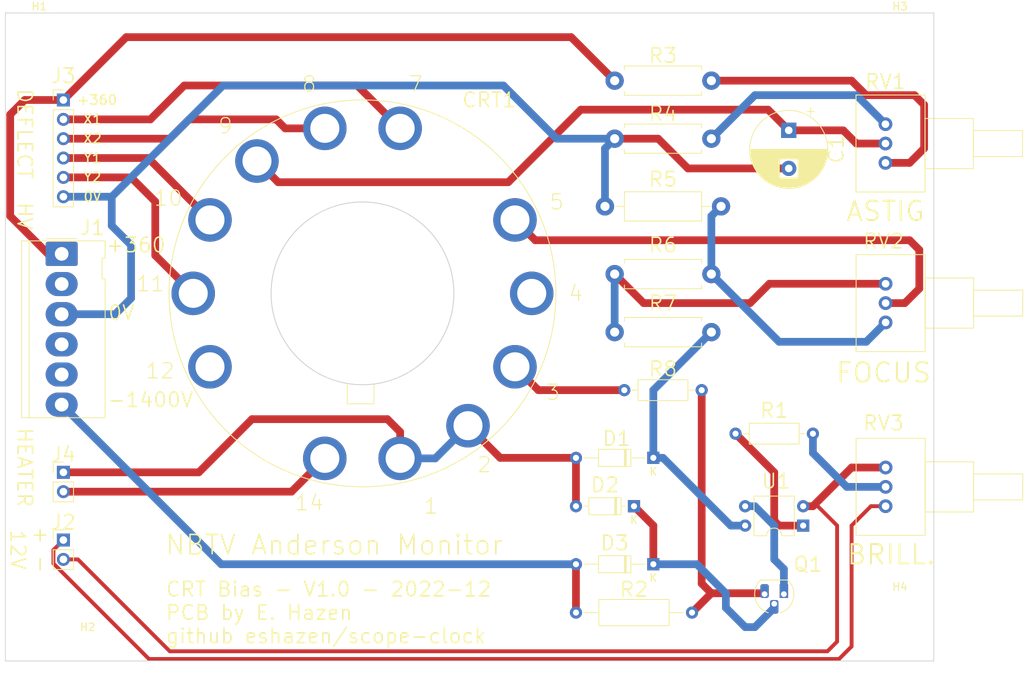
<source format=kicad_pcb>
(kicad_pcb (version 20211014) (generator pcbnew)
  (layers (0 "F.Cu" signal) (31 "B.Cu" signal) (34 "B.Paste" user) (35 "F.Paste" user) (36 "B.SilkS" user "B.Silkscreen") (37 "F.SilkS" user "F.Silkscreen") (38 "B.Mask" user) (39 "F.Mask" user) (44 "Edge.Cuts" user))
  (net 0 "")
  (net 1 "Net-(C1-Pad1)")
  (net 2 "/0V")
  (net 3 "/H1")
  (net 4 "Net-(CRT1-Pad3)")
  (net 5 "Net-(CRT1-Pad5)")
  (net 6 "/H2")
  (net 7 "/-1320V")
  (net 8 "Net-(D2-Pad1)")
  (net 9 "/-1400V")
  (net 10 "/+360V")
  (net 14 "Net-(J2-Pad1)")
  (net 15 "Net-(Q1-Pad1)")
  (net 16 "Net-(Q1-Pad3)")
  (net 17 "Net-(R1-Pad1)")
  (net 18 "Net-(R1-Pad2)")
  (net 19 "Net-(R3-Pad1)")
  (net 20 "Net-(R4-Pad2)")
  (net 21 "Net-(R5-Pad1)")
  (net 22 "/-935V")
  (net 23 "Net-(CRT1-Pad11)")
  (net 24 "Net-(CRT1-Pad10)")
  (net 25 "Net-(CRT1-Pad8)")
  (net 26 "Net-(CRT1-Pad7)")
  (net 27 "Net-(J2-Pad2)")
  (net 28 "unconnected-(RV3-Pad2)")
  (footprint "Connector_PinHeader_2.54mm:PinHeader_1x06_P2.54mm_Vertical" (layer "F.Cu") (at 86.36 62.23)
    (fp_text reference "J3" (at 0 -3.175) (layer "F.SilkS") (effects (font (size 1.905 1.905) (thickness 0.2032))))
    (fp_text value "Conn_01x06")
    (pad "1" thru_hole rect (at 0 0) (size 1.7 1.7) (drill 1) (layers *.Cu *.Mask) (net 10 "/+360V"))
    (pad "2" thru_hole oval (at 0 2.54) (size 1.7 1.7) (drill 1) (layers *.Cu *.Mask) (net 26 "Net-(CRT1-Pad7)"))
    (pad "3" thru_hole oval (at 0 5.08) (size 1.7 1.7) (drill 1) (layers *.Cu *.Mask) (net 25 "Net-(CRT1-Pad8)"))
    (pad "4" thru_hole oval (at 0 7.62) (size 1.7 1.7) (drill 1) (layers *.Cu *.Mask) (net 24 "Net-(CRT1-Pad10)"))
    (pad "5" thru_hole oval (at 0 10.16) (size 1.7 1.7) (drill 1) (layers *.Cu *.Mask) (net 23 "Net-(CRT1-Pad11)"))
    (pad "6" thru_hole oval (at 0 12.7) (size 1.7 1.7) (drill 1) (layers *.Cu *.Mask) (net 2 "/0V"))
  )
  (footprint "Diode_THT:D_DO-35_SOD27_P10.16mm_Horizontal" (layer "F.Cu") (at 163.83 109.22 180)
    (fp_text reference "D1" (at 4.826 2.54) (layer "F.SilkS") (effects (font (size 1.905 1.905) (thickness 0.2032))))
    (fp_text value "5.1V 400mW")
    (fp_text user "K" (at 0 -1.8) (layer "F.SilkS"))
    (pad "1" thru_hole rect (at 0 0 180) (size 1.6 1.6) (drill 0.8) (layers *.Cu *.Mask) (net 7 "/-1320V"))
    (pad "2" thru_hole oval (at 10.16 0 180) (size 1.6 1.6) (drill 0.8) (layers *.Cu *.Mask) (net 3 "/H1"))
  )
  (footprint "MountingHole:MountingHole_4.3mm_M4" (layer "F.Cu") (at 196.215 131.445)
    (fp_text reference "H4" (at 0 -5.3) (layer "F.SilkS"))
    (fp_text value "MountingHole")
    (pad "" np_thru_hole circle (at 0 0) (size 4.3 4.3) (drill 4.3) (layers *.Cu *.Mask))
  )
  (footprint "Diode_THT:D_DO-35_SOD27_P7.62mm_Horizontal" (layer "F.Cu") (at 161.29 115.57 180)
    (fp_text reference "D2" (at 3.81 2.794) (layer "F.SilkS") (effects (font (size 1.905 1.905) (thickness 0.2032))))
    (fp_text value "1N914")
    (fp_text user "K" (at 0 -1.8) (layer "F.SilkS"))
    (pad "1" thru_hole rect (at 0 0 180) (size 1.6 1.6) (drill 0.8) (layers *.Cu *.Mask) (net 8 "Net-(D2-Pad1)"))
    (pad "2" thru_hole oval (at 7.62 0 180) (size 1.6 1.6) (drill 0.8) (layers *.Cu *.Mask) (net 3 "/H1"))
  )
  (footprint "Resistor_THT:R_Axial_DIN0309_L9.0mm_D3.2mm_P15.24mm_Horizontal" (layer "F.Cu") (at 153.67 129.54)
    (fp_text reference "R2" (at 7.62 -3.048) (layer "F.SilkS") (effects (font (size 1.905 1.905) (thickness 0.2032))))
    (fp_text value "47k")
    (pad "1" thru_hole circle (at 0 0) (size 1.6 1.6) (drill 0.8) (layers *.Cu *.Mask) (net 9 "/-1400V"))
    (pad "2" thru_hole oval (at 15.24 0) (size 1.6 1.6) (drill 0.8) (layers *.Cu *.Mask) (net 16 "Net-(Q1-Pad3)"))
  )
  (footprint "Connector_Molex:Molex_KK-396_5273-06A_1x06_P3.96mm_Vertical" (layer "F.Cu") (at 86.135 82.435 -90)
    (fp_text reference "J1" (at -3.435 -4.035 180) (layer "F.SilkS") (effects (font (size 1.905 1.905) (thickness 0.2032))))
    (fp_text value "Conn_01x06")
    (pad "1" thru_hole roundrect (at 0 0 270) (size 3.16 4.2) (drill 1.8) (layers *.Cu *.Mask) (roundrect_rratio 0.07911392405) (net 10 "/+360V"))
    (pad "2" thru_hole oval (at 3.96 0 270) (size 3.16 4.2) (drill 1.8) (layers *.Cu *.Mask))
    (pad "3" thru_hole oval (at 7.92 0 270) (size 3.16 4.2) (drill 1.8) (layers *.Cu *.Mask) (net 2 "/0V"))
    (pad "4" thru_hole oval (at 11.88 0 270) (size 3.16 4.2) (drill 1.8) (layers *.Cu *.Mask))
    (pad "5" thru_hole oval (at 15.84 0 270) (size 3.16 4.2) (drill 1.8) (layers *.Cu *.Mask))
    (pad "6" thru_hole oval (at 19.8 0 270) (size 3.16 4.2) (drill 1.8) (layers *.Cu *.Mask) (net 9 "/-1400V"))
  )
  (footprint "Package_TO_SOT_THT:TO-92_HandSolder" (layer "F.Cu") (at 180.975 127.115 180)
    (fp_text reference "Q1" (at -3.175 3.915) (layer "F.SilkS") (effects (font (size 1.905 1.905) (thickness 0.2032))))
    (fp_text value "KSA1013YTA")
    (pad "1" thru_hole rect (at 0 0 180) (size 1.1 1.8) (drill 0.75 (offset 0 0.4)) (layers *.Cu *.Mask) (net 15 "Net-(Q1-Pad1)"))
    (pad "2" thru_hole roundrect (at 1.27 -1.27 180) (size 1.1 1.8) (drill 0.75 (offset 0 -0.4)) (layers *.Cu *.Mask) (net 8 "Net-(D2-Pad1)"))
    (pad "3" thru_hole roundrect (at 2.54 0 180) (size 1.1 1.8) (drill 0.75 (offset 0 0.4)) (layers *.Cu *.Mask) (net 16 "Net-(Q1-Pad3)"))
  )
  (footprint "Package_DIP:DIP-4_W7.62mm" (layer "F.Cu") (at 183.505 118.115 180)
    (fp_text reference "U1" (at 3.556 5.842) (layer "F.SilkS") (effects (font (size 1.905 1.905) (thickness 0.2032))))
    (fp_text value "PS2561")
    (pad "1" thru_hole rect (at 0 0 180) (size 1.6 1.6) (drill 0.8) (layers *.Cu *.Mask))
    (pad "2" thru_hole oval (at 0 2.54 180) (size 1.6 1.6) (drill 0.8) (layers *.Cu *.Mask) (net 27 "Net-(J2-Pad2)"))
    (pad "3" thru_hole oval (at 7.62 2.54 180) (size 1.6 1.6) (drill 0.8) (layers *.Cu *.Mask) (net 15 "Net-(Q1-Pad1)"))
    (pad "4" thru_hole oval (at 7.62 0 180) (size 1.6 1.6) (drill 0.8) (layers *.Cu *.Mask) (net 7 "/-1320V"))
  )
  (footprint "Resistor_THT:R_Axial_DIN0411_L9.9mm_D3.6mm_P12.70mm_Horizontal" (layer "F.Cu") (at 158.75 92.71)
    (fp_text reference "R7" (at 6.35 -3.81) (layer "F.SilkS") (effects (font (size 1.905 1.905) (thickness 0.2032))))
    (fp_text value "220k 2W")
    (pad "1" thru_hole circle (at 0 0) (size 2.4 2.4) (drill 1.2) (layers *.Cu *.Mask) (net 22 "/-935V"))
    (pad "2" thru_hole oval (at 12.7 0) (size 2.4 2.4) (drill 1.2) (layers *.Cu *.Mask) (net 7 "/-1320V"))
  )
  (footprint "Resistor_THT:R_Axial_DIN0411_L9.9mm_D3.6mm_P12.70mm_Horizontal" (layer "F.Cu") (at 158.75 85.09)
    (fp_text reference "R6" (at 6.35 -3.81) (layer "F.SilkS") (effects (font (size 1.905 1.905) (thickness 0.2032))))
    (fp_text value "68k 1/2W")
    (pad "1" thru_hole circle (at 0 0) (size 2.4 2.4) (drill 1.2) (layers *.Cu *.Mask) (net 22 "/-935V"))
    (pad "2" thru_hole oval (at 12.7 0) (size 2.4 2.4) (drill 1.2) (layers *.Cu *.Mask) (net 21 "Net-(R5-Pad1)"))
  )
  (footprint "Connector_PinHeader_2.54mm:PinHeader_1x02_P2.54mm_Vertical" (layer "F.Cu") (at 86.36 120.015)
    (fp_text reference "J2" (at 0 -2.33) (layer "F.SilkS") (effects (font (size 1.905 1.905) (thickness 0.2032))))
    (fp_text value "Conn_01x02")
    (pad "1" thru_hole rect (at 0 0) (size 1.7 1.7) (drill 1) (layers *.Cu *.Mask) (net 14 "Net-(J2-Pad1)"))
    (pad "2" thru_hole oval (at 0 2.54) (size 1.7 1.7) (drill 1) (layers *.Cu *.Mask) (net 27 "Net-(J2-Pad2)"))
  )
  (footprint "Resistor_THT:R_Axial_DIN0411_L9.9mm_D3.6mm_P12.70mm_Horizontal" (layer "F.Cu") (at 171.45 59.69 180)
    (fp_text reference "R3" (at 6.35 3.302) (layer "F.SilkS") (effects (font (size 1.905 1.905) (thickness 0.2032))))
    (fp_text value "68k 1/2W")
    (pad "1" thru_hole circle (at 0 0 180) (size 2.4 2.4) (drill 1.2) (layers *.Cu *.Mask) (net 19 "Net-(R3-Pad1)"))
    (pad "2" thru_hole oval (at 12.7 0 180) (size 2.4 2.4) (drill 1.2) (layers *.Cu *.Mask) (net 10 "/+360V"))
  )
  (footprint "MountingHole:MountingHole_4.3mm_M4" (layer "F.Cu") (at 83.185 55.245)
    (fp_text reference "H1" (at 0 -5.3) (layer "F.SilkS"))
    (fp_text value "MountingHole")
    (pad "" np_thru_hole circle (at 0 0) (size 4.3 4.3) (drill 4.3) (layers *.Cu *.Mask))
  )
  (footprint "Vishay_Pot_148:Potentiometer_Vishay_148-149_Single_Horizontal" (layer "F.Cu") (at 194.33 115.57)
    (fp_text reference "RV3" (at -0.274 -10.922) (layer "F.SilkS") (effects (font (size 1.905 1.905) (thickness 0.2032))))
    (fp_text value "5k")
    (pad "1" thru_hole circle (at 0 0) (size 1.8 1.8) (drill 1) (layers *.Cu *.Mask) (net 14 "Net-(J2-Pad1)"))
    (pad "2" thru_hole circle (at 0 -2.54) (size 1.8 1.8) (drill 1) (layers *.Cu *.Mask) (net 28 "unconnected-(RV3-Pad2)"))
    (pad "3" thru_hole circle (at 0 -5.08) (size 1.8 1.8) (drill 1) (layers *.Cu *.Mask) (net 27 "Net-(J2-Pad2)"))
  )
  (footprint "MountingHole:MountingHole_4.3mm_M4" (layer "F.Cu") (at 196.215 55.245)
    (fp_text reference "H3" (at 0 -5.3) (layer "F.SilkS"))
    (fp_text value "MountingHole")
    (pad "" np_thru_hole circle (at 0 0) (size 4.3 4.3) (drill 4.3) (layers *.Cu *.Mask))
  )
  (footprint "Vishay_Pot_148:Potentiometer_Vishay_148-149_Single_Horizontal" (layer "F.Cu") (at 194.31 70.485)
    (fp_text reference "RV1" (at 0 -10.668) (layer "F.SilkS") (effects (font (size 1.905 1.905) (thickness 0.2032))))
    (fp_text value "100k")
    (pad "1" thru_hole circle (at 0 0) (size 1.8 1.8) (drill 1) (layers *.Cu *.Mask) (net 19 "Net-(R3-Pad1)"))
    (pad "2" thru_hole circle (at 0 -2.54) (size 1.8 1.8) (drill 1) (layers *.Cu *.Mask) (net 1 "Net-(C1-Pad1)"))
    (pad "3" thru_hole circle (at 0 -5.08) (size 1.8 1.8) (drill 1) (layers *.Cu *.Mask) (net 20 "Net-(R4-Pad2)"))
  )
  (footprint "CRT_base:B14_diheptal" (layer "F.Cu") (at 125.635354 87.62 180)
    (fp_text reference "CRT1" (at -16.624646 25.4) (layer "F.SilkS") (effects (font (size 1.905 1.905) (thickness 0.2032))))
    (fp_text value "3BP1(A)")
    (fp_text user "9" (at 18 22 180) (layer "F.SilkS") (effects (font (size 2 2))))
    (fp_text user "10" (at 25.5 12.5 180) (layer "F.SilkS") (effects (font (size 2 2))))
    (fp_text user "2" (at -16 -22.5 180) (layer "F.SilkS") (effects (font (size 2 2))))
    (fp_text user "14" (at 7 -27.5 180) (layer "F.SilkS") (effects (font (size 2 2))))
    (fp_text user "4" (at -28 0 180) (layer "F.SilkS") (effects (font (size 2 2))))
    (fp_text user "7" (at -7 27.5 180) (layer "F.SilkS") (effects (font (size 2 2))))
    (fp_text user "11" (at 27.845354 1.26 180) (layer "F.SilkS") (effects (font (size 2 2))))
    (fp_text user "8" (at 7 27.5 180) (layer "F.SilkS") (effects (font (size 2 2))))
    (fp_text user "12" (at 26.575354 -10.17 180) (layer "F.SilkS") (effects (font (size 2 2))))
    (fp_text user "1" (at -9.004646 -27.94 180) (layer "F.SilkS") (effects (font (size 2 2))))
    (fp_text user "3" (at -25 -13 180) (layer "F.SilkS") (effects (font (size 2 2))))
    (fp_text user "5" (at -25.5 12 180) (layer "F.SilkS") (effects (font (size 2 2))))
    (fp_circle (center 0 0) (end 0 12) (layer "Edge.Cuts") (width 0.12) (fill none))
    (pad "1" thru_hole circle (at -4.946 -21.668 180) (size 5.715 5.715) (drill 3.81) (layers *.Cu *.Mask) (net 3 "/H1"))
    (pad "2" thru_hole circle (at -13.857 -17.376 180) (size 5.715 5.715) (drill 3.81) (layers *.Cu *.Mask) (net 3 "/H1"))
    (pad "3" thru_hole circle (at -20.024 -9.643 180) (size 5.715 5.715) (drill 3.81) (layers *.Cu *.Mask) (net 4 "Net-(CRT1-Pad3)"))
    (pad "4" thru_hole circle (at -22.225 0 180) (size 5.715 5.715) (drill 3.81) (layers *.Cu *.Mask))
    (pad "5" thru_hole circle (at -20.024 9.643 180) (size 5.715 5.715) (drill 3.81) (layers *.Cu *.Mask) (net 5 "Net-(CRT1-Pad5)"))
    (pad "7" thru_hole circle (at -4.946 21.668 180) (size 5.715 5.715) (drill 3.81) (layers *.Cu *.Mask) (net 26 "Net-(CRT1-Pad7)"))
    (pad "8" thru_hole circle (at 4.946 21.668 180) (size 5.715 5.715) (drill 3.81) (layers *.Cu *.Mask) (net 25 "Net-(CRT1-Pad8)"))
    (pad "9" thru_hole circle (at 13.857 17.376 180) (size 5.715 5.715) (drill 3.81) (layers *.Cu *.Mask) (net 1 "Net-(C1-Pad1)"))
    (pad "10" thru_hole circle (at 20.024 9.643 180) (size 5.715 5.715) (drill 3.81) (layers *.Cu *.Mask) (net 24 "Net-(CRT1-Pad10)"))
    (pad "11" thru_hole circle (at 22.225 0 180) (size 5.715 5.715) (drill 3.81) (layers *.Cu *.Mask) (net 23 "Net-(CRT1-Pad11)"))
    (pad "12" thru_hole circle (at 20.024 -9.643 180) (size 5.715 5.715) (drill 3.81) (layers *.Cu *.Mask))
    (pad "14" thru_hole circle (at 4.946 -21.668 180) (size 5.715 5.715) (drill 3.81) (layers *.Cu *.Mask) (net 6 "/H2"))
  )
  (footprint "Diode_THT:D_DO-35_SOD27_P10.16mm_Horizontal" (layer "F.Cu") (at 163.83 123.19 180)
    (fp_text reference "D3" (at 5.08 2.794) (layer "F.SilkS") (effects (font (size 1.905 1.905) (thickness 0.2032))))
    (fp_text value "75v 400mW")
    (fp_text user "K" (at 0 -1.8) (layer "F.SilkS"))
    (pad "1" thru_hole rect (at 0 0 180) (size 1.6 1.6) (drill 0.8) (layers *.Cu *.Mask) (net 8 "Net-(D2-Pad1)"))
    (pad "2" thru_hole oval (at 10.16 0 180) (size 1.6 1.6) (drill 0.8) (layers *.Cu *.Mask) (net 9 "/-1400V"))
  )
  (footprint "MountingHole:MountingHole_4.3mm_M4" (layer "F.Cu") (at 83.185 131.445)
    (fp_text reference "H2" (at 6.35 0) (layer "F.SilkS"))
    (fp_text value "MountingHole")
    (pad "" np_thru_hole circle (at 0 0) (size 4.3 4.3) (drill 4.3) (layers *.Cu *.Mask))
  )
  (footprint "Resistor_THT:R_Axial_DIN0207_L6.3mm_D2.5mm_P10.16mm_Horizontal" (layer "F.Cu") (at 170.18 100.33 180)
    (fp_text reference "R8" (at 5.08 2.794) (layer "F.SilkS") (effects (font (size 1.905 1.905) (thickness 0.2032))))
    (fp_text value "1k")
    (pad "1" thru_hole circle (at 0 0 180) (size 1.6 1.6) (drill 0.8) (layers *.Cu *.Mask) (net 16 "Net-(Q1-Pad3)"))
    (pad "2" thru_hole oval (at 10.16 0 180) (size 1.6 1.6) (drill 0.8) (layers *.Cu *.Mask) (net 4 "Net-(CRT1-Pad3)"))
  )
  (footprint "Resistor_THT:R_Axial_DIN0207_L6.3mm_D2.5mm_P10.16mm_Horizontal" (layer "F.Cu") (at 184.785 106.045 180)
    (fp_text reference "R1" (at 5.08 3.048) (layer "F.SilkS") (effects (font (size 1.905 1.905) (thickness 0.2032))))
    (fp_text value "3.3k")
    (pad "1" thru_hole circle (at 0 0 180) (size 1.6 1.6) (drill 0.8) (layers *.Cu *.Mask) (net 17 "Net-(R1-Pad1)"))
    (pad "2" thru_hole oval (at 10.16 0 180) (size 1.6 1.6) (drill 0.8) (layers *.Cu *.Mask) (net 18 "Net-(R1-Pad2)"))
  )
  (footprint "Resistor_THT:R_Axial_DIN0411_L9.9mm_D3.6mm_P15.24mm_Horizontal" (layer "F.Cu") (at 172.72 76.2 180)
    (fp_text reference "R5" (at 7.62 3.556) (layer "F.SilkS") (effects (font (size 1.905 1.905) (thickness 0.2032))))
    (fp_text value "470k 2W")
    (pad "1" thru_hole circle (at 0 0 180) (size 2.4 2.4) (drill 1.2) (layers *.Cu *.Mask) (net 21 "Net-(R5-Pad1)"))
    (pad "2" thru_hole oval (at 15.24 0 180) (size 2.4 2.4) (drill 1.2) (layers *.Cu *.Mask) (net 2 "/0V"))
  )
  (footprint "Connector_PinHeader_2.54mm:PinHeader_1x02_P2.54mm_Vertical" (layer "F.Cu") (at 86.36 111.12)
    (fp_text reference "J4" (at 0 -2.33) (layer "F.SilkS") (effects (font (size 1.905 1.905) (thickness 0.2032))))
    (fp_text value "Conn_01x02")
    (pad "1" thru_hole rect (at 0 0) (size 1.7 1.7) (drill 1) (layers *.Cu *.Mask) (net 3 "/H1"))
    (pad "2" thru_hole oval (at 0 2.54) (size 1.7 1.7) (drill 1) (layers *.Cu *.Mask) (net 6 "/H2"))
  )
  (footprint "Capacitor_THT:CP_Radial_D10.0mm_P5.00mm" (layer "F.Cu") (at 181.61 66.212323 -90)
    (fp_text reference "C1" (at 2.5 -6.25 90) (layer "F.SilkS") (effects (font (size 1.905 1.905) (thickness 0.2032))))
    (fp_text value "10uF 400V")
    (pad "1" thru_hole rect (at 0 0 270) (size 2 2) (drill 1) (layers *.Cu *.Mask) (net 1 "Net-(C1-Pad1)"))
    (pad "2" thru_hole circle (at 5 0 270) (size 2 2) (drill 1) (layers *.Cu *.Mask) (net 2 "/0V"))
  )
  (footprint "Vishay_Pot_148:Potentiometer_Vishay_148-149_Single_Horizontal" (layer "F.Cu") (at 194.33 91.44)
    (fp_text reference "RV2" (at -0.274 -10.668) (layer "F.SilkS") (effects (font (size 1.905 1.905) (thickness 0.2032))))
    (fp_text value "1M")
    (pad "1" thru_hole circle (at 0 0) (size 1.8 1.8) (drill 1) (layers *.Cu *.Mask) (net 21 "Net-(R5-Pad1)"))
    (pad "2" thru_hole circle (at 0 -2.54) (size 1.8 1.8) (drill 1) (layers *.Cu *.Mask) (net 5 "Net-(CRT1-Pad5)"))
    (pad "3" thru_hole circle (at 0 -5.08) (size 1.8 1.8) (drill 1) (layers *.Cu *.Mask) (net 22 "/-935V"))
  )
  (footprint "Resistor_THT:R_Axial_DIN0411_L9.9mm_D3.6mm_P12.70mm_Horizontal" (layer "F.Cu") (at 158.75 67.31)
    (fp_text reference "R4" (at 6.35 -3.302) (layer "F.SilkS") (effects (font (size 1.905 1.905) (thickness 0.2032))))
    (fp_text value "68k 1/2W")
    (pad "1" thru_hole circle (at 0 0) (size 2.4 2.4) (drill 1.2) (layers *.Cu *.Mask) (net 2 "/0V"))
    (pad "2" thru_hole oval (at 12.7 0) (size 2.4 2.4) (drill 1.2) (layers *.Cu *.Mask) (net 20 "Net-(R4-Pad2)"))
  )
  (gr_line (start 200.66 135.89) (end 78.74 135.89) (layer "Edge.Cuts") (width 0.1))
  (gr_line (start 78.74 50.8) (end 200.66 50.8) (layer "Edge.Cuts") (width 0.1))
  (gr_line (start 78.74 135.89) (end 78.74 50.8) (layer "Edge.Cuts") (width 0.1))
  (gr_line (start 200.66 50.8) (end 200.66 135.89) (layer "Edge.Cuts") (width 0.1))
  (gr_text "ASTIG" (at 194.31 76.835) (layer "F.SilkS") (effects (font (size 2.54 2.54) (thickness 0.254))))
  (gr_text "+360" (at 95.885 81.28) (layer "F.SilkS") (effects (font (size 1.905 1.905) (thickness 0.2032))))
  (gr_text "0V" (at 90.17 74.93) (layer "F.SilkS") (effects (font (size 1.27 1.27) (thickness 0.2032))))
  (gr_text "-1400V" (at 97.79 101.6) (layer "F.SilkS") (effects (font (size 1.905 1.905) (thickness 0.2032))))
  (gr_text "NBTV Anderson Monitor" (at 121.92 120.65) (layer "F.SilkS") (effects (font (size 2.54 2.54) (thickness 0.2032))))
  (gr_text "+360" (at 90.805 62.23) (layer "F.SilkS") (effects (font (size 1.27 1.27) (thickness 0.2032))))
  (gr_text "FOCUS" (at 194.056 98.044) (layer "F.SilkS") (effects (font (size 2.54 2.54) (thickness 0.254))))
  (gr_text "BRILL." (at 195.072 121.92) (layer "F.SilkS") (effects (font (size 2.54 2.54) (thickness 0.254))))
  (gr_text "0V" (at 93.98 90.17) (layer "F.SilkS") (effects (font (size 1.905 1.905) (thickness 0.2032))))
  (gr_text "HEATER" (at 81.28 110.49 270) (layer "F.SilkS") (effects (font (size 1.905 1.905) (thickness 0.2032))))
  (gr_text "CRT Bias - V1.0 - 2022-12\nPCB by E. Hazen\ngithub eshazen/scope-clock" (at 99.695 129.54) (layer "F.SilkS") (effects (font (size 1.905 1.905) (thickness 0.2032)) (justify left)))
  (gr_text "+ -\n12V" (at 81.915 121.285 270) (layer "F.SilkS") (effects (font (size 1.905 1.905) (thickness 0.2032))))
  (gr_text "X1" (at 90.17 64.77) (layer "F.SilkS") (effects (font (size 1.27 1.27) (thickness 0.2032))))
  (gr_text "Y1" (at 90.17 69.85) (layer "F.SilkS") (effects (font (size 1.27 1.27) (thickness 0.2032))))
  (gr_text "DEFLECT" (at 81.28 66.675 270) (layer "F.SilkS") (effects (font (size 1.905 1.905) (thickness 0.2032))))
  (gr_text "X2" (at 90.17 67.31) (layer "F.SilkS") (effects (font (size 1.27 1.27) (thickness 0.2032))))
  (gr_text "Y2" (at 90.17 72.39) (layer "F.SilkS") (effects (font (size 1.27 1.27) (thickness 0.2032))))
  (gr_text "HV" (at 81.28 77.47 270) (layer "F.SilkS") (effects (font (size 1.905 1.905) (thickness 0.2032))))
  (segment (start 188.767323 66.212323) (end 190.5 67.945) (width 1.016) (layer "F.Cu") (net 1))
  (segment (start 111.778354 70.244) (end 114.559354 73.025) (width 1.016) (layer "F.Cu") (net 1))
  (segment (start 114.559354 73.025) (end 144.78 73.025) (width 1.016) (layer "F.Cu") (net 1))
  (segment (start 190.5 67.945) (end 194.31 67.945) (width 1.016) (layer "F.Cu") (net 1))
  (segment (start 154.305 63.5) (end 178.897677 63.5) (width 1.016) (layer "F.Cu") (net 1))
  (segment (start 144.78 73.025) (end 154.305 63.5) (width 1.016) (layer "F.Cu") (net 1))
  (segment (start 178.897677 63.5) (end 181.61 66.212323) (width 1.016) (layer "F.Cu") (net 1))
  (segment (start 181.61 66.212323) (end 188.767323 66.212323) (width 1.016) (layer "F.Cu") (net 1))
  (segment (start 164.465 67.31) (end 168.367323 71.212323) (width 1.016) (layer "F.Cu") (net 2))
  (segment (start 158.75 67.31) (end 164.465 67.31) (width 1.016) (layer "F.Cu") (net 2))
  (segment (start 168.367323 71.212323) (end 181.61 71.212323) (width 1.016) (layer "F.Cu") (net 2))
  (segment (start 107.315 60.325) (end 144.145 60.325) (width 1.016) (layer "B.Cu") (net 2))
  (segment (start 144.145 60.325) (end 151.13 67.31) (width 1.016) (layer "B.Cu") (net 2))
  (segment (start 92.71 74.93) (end 107.315 60.325) (width 1.016) (layer "B.Cu") (net 2))
  (segment (start 151.13 67.31) (end 158.75 67.31) (width 1.016) (layer "B.Cu") (net 2))
  (segment (start 86.135 90.355) (end 93.16 90.355) (width 1.016) (layer "B.Cu") (net 2))
  (segment (start 93.16 90.355) (end 95.25 88.265) (width 1.016) (layer "B.Cu") (net 2))
  (segment (start 95.25 88.265) (end 95.25 81.28) (width 1.016) (layer "B.Cu") (net 2))
  (segment (start 92.71 78.74) (end 92.71 74.93) (width 1.016) (layer "B.Cu") (net 2))
  (segment (start 95.25 81.28) (end 92.71 78.74) (width 1.016) (layer "B.Cu") (net 2))
  (segment (start 157.48 68.58) (end 158.75 67.31) (width 1.016) (layer "B.Cu") (net 2))
  (segment (start 157.48 76.2) (end 157.48 68.58) (width 1.016) (layer "B.Cu") (net 2))
  (segment (start 86.36 74.93) (end 92.71 74.93) (width 1.016) (layer "B.Cu") (net 2))
  (segment (start 130.581354 105.816354) (end 130.581354 109.288) (width 1.016) (layer "F.Cu") (net 3))
  (segment (start 139.492354 104.996) (end 143.716354 109.22) (width 1.016) (layer "F.Cu") (net 3))
  (segment (start 111.125 104.14) (end 128.905 104.14) (width 1.016) (layer "F.Cu") (net 3))
  (segment (start 104.145 111.12) (end 111.125 104.14) (width 1.016) (layer "F.Cu") (net 3))
  (segment (start 153.67 115.57) (end 153.67 109.22) (width 1.016) (layer "F.Cu") (net 3))
  (segment (start 143.716354 109.22) (end 153.67 109.22) (width 1.016) (layer "F.Cu") (net 3))
  (segment (start 128.905 104.14) (end 130.581354 105.816354) (width 1.016) (layer "F.Cu") (net 3))
  (segment (start 86.36 111.12) (end 104.145 111.12) (width 1.016) (layer "F.Cu") (net 3))
  (segment (start 130.581354 109.288) (end 135.200354 109.288) (width 1.016) (layer "B.Cu") (net 3))
  (segment (start 135.200354 109.288) (end 139.492354 104.996) (width 1.016) (layer "B.Cu") (net 3))
  (segment (start 148.726354 100.33) (end 160.02 100.33) (width 1.016) (layer "F.Cu") (net 4))
  (segment (start 145.659354 97.263) (end 148.726354 100.33) (width 1.016) (layer "F.Cu") (net 4))
  (segment (start 197.485 80.645) (end 198.755 81.915) (width 1.016) (layer "F.Cu") (net 5))
  (segment (start 145.659354 77.977) (end 148.327354 80.645) (width 1.016) (layer "F.Cu") (net 5))
  (segment (start 198.755 86.995) (end 196.85 88.9) (width 1.016) (layer "F.Cu") (net 5))
  (segment (start 196.85 88.9) (end 194.33 88.9) (width 1.016) (layer "F.Cu") (net 5))
  (segment (start 148.327354 80.645) (end 197.485 80.645) (width 1.016) (layer "F.Cu") (net 5))
  (segment (start 198.755 81.915) (end 198.755 86.995) (width 1.016) (layer "F.Cu") (net 5))
  (segment (start 116.317354 113.66) (end 120.689354 109.288) (width 1.016) (layer "F.Cu") (net 6))
  (segment (start 86.36 113.66) (end 116.317354 113.66) (width 1.016) (layer "F.Cu") (net 6))
  (segment (start 173.995 118.115) (end 175.885 118.115) (width 1.016) (layer "B.Cu") (net 7))
  (segment (start 171.45 92.71) (end 163.83 100.33) (width 1.016) (layer "B.Cu") (net 7))
  (segment (start 163.83 109.22) (end 165.1 109.22) (width 1.016) (layer "B.Cu") (net 7))
  (segment (start 165.1 109.22) (end 173.995 118.115) (width 1.016) (layer "B.Cu") (net 7))
  (segment (start 163.83 100.33) (end 163.83 109.22) (width 1.016) (layer "B.Cu") (net 7))
  (segment (start 163.83 123.19) (end 163.83 118.11) (width 1.016) (layer "F.Cu") (net 8))
  (segment (start 163.83 118.11) (end 161.29 115.57) (width 1.016) (layer "F.Cu") (net 8))
  (segment (start 169.545 123.19) (end 163.83 123.19) (width 1.016) (layer "B.Cu") (net 8))
  (segment (start 175.895 131.445) (end 173.355 128.905) (width 1.016) (layer "B.Cu") (net 8))
  (segment (start 179.705 128.385) (end 179.705 128.905) (width 1.016) (layer "B.Cu") (net 8))
  (segment (start 173.355 127) (end 169.545 123.19) (width 1.016) (layer "B.Cu") (net 8))
  (segment (start 179.705 128.905) (end 177.165 131.445) (width 1.016) (layer "B.Cu") (net 8))
  (segment (start 177.165 131.445) (end 175.895 131.445) (width 1.016) (layer "B.Cu") (net 8))
  (segment (start 173.355 128.905) (end 173.355 127) (width 1.016) (layer "B.Cu") (net 8))
  (segment (start 153.67 123.19) (end 153.67 129.54) (width 1.016) (layer "F.Cu") (net 9))
  (segment (start 107.09 123.19) (end 153.67 123.19) (width 1.016) (layer "B.Cu") (net 9))
  (segment (start 86.135 102.235) (end 107.09 123.19) (width 1.016) (layer "B.Cu") (net 9))
  (segment (start 84.34 82.435) (end 79.375 77.47) (width 1.016) (layer "F.Cu") (net 10))
  (segment (start 86.135 82.435) (end 84.34 82.435) (width 1.016) (layer "F.Cu") (net 10))
  (segment (start 158.75 59.69) (end 153.035 53.975) (width 1.016) (layer "F.Cu") (net 10))
  (segment (start 81.28 62.23) (end 86.36 62.23) (width 1.016) (layer "F.Cu") (net 10))
  (segment (start 79.375 64.135) (end 81.28 62.23) (width 1.016) (layer "F.Cu") (net 10))
  (segment (start 94.615 53.975) (end 86.36 62.23) (width 1.016) (layer "F.Cu") (net 10))
  (segment (start 153.035 53.975) (end 94.615 53.975) (width 1.016) (layer "F.Cu") (net 10))
  (segment (start 79.375 77.47) (end 79.375 64.135) (width 1.016) (layer "F.Cu") (net 10))
  (segment (start 189.865 118.11) (end 192.405 115.57) (width 0.508) (layer "F.Cu") (net 14))
  (segment (start 188.214 135.636) (end 189.865 133.985) (width 0.508) (layer "F.Cu") (net 14))
  (segment (start 189.865 133.985) (end 189.865 118.11) (width 0.508) (layer "F.Cu") (net 14))
  (segment (start 97.596865 135.636) (end 188.214 135.636) (width 0.508) (layer "F.Cu") (net 14))
  (segment (start 192.405 115.57) (end 194.33 115.57) (width 0.508) (layer "F.Cu") (net 14))
  (segment (start 86.36 120.015) (end 85.056 121.319) (width 0.508) (layer "F.Cu") (net 14))
  (segment (start 85.056 121.319) (end 85.056 123.095135) (width 0.508) (layer "F.Cu") (net 14))
  (segment (start 85.056 123.095135) (end 97.596865 135.636) (width 0.508) (layer "F.Cu") (net 14))
  (segment (start 180.975 123.825) (end 180.975 127.115) (width 1.016) (layer "B.Cu") (net 15))
  (segment (start 177.17 115.575) (end 179.705 118.11) (width 1.016) (layer "B.Cu") (net 15))
  (segment (start 175.885 115.575) (end 177.17 115.575) (width 1.016) (layer "B.Cu") (net 15))
  (segment (start 179.705 118.11) (end 179.705 122.555) (width 1.016) (layer "B.Cu") (net 15))
  (segment (start 179.705 122.555) (end 180.975 123.825) (width 1.016) (layer "B.Cu") (net 15))
  (segment (start 168.91 129.54) (end 171.45 127) (width 1.016) (layer "F.Cu") (net 16))
  (segment (start 171.45 127) (end 178.32 127) (width 1.016) (layer "F.Cu") (net 16))
  (segment (start 178.32 127) (end 178.435 127.115) (width 1.016) (layer "F.Cu") (net 16))
  (segment (start 170.18 100.33) (end 170.18 125.73) (width 1.016) (layer "F.Cu") (net 16))
  (segment (start 170.18 125.73) (end 171.45 127) (width 1.016) (layer "F.Cu") (net 16))
  (segment (start 180.345 118.115) (end 183.505 118.115) (width 1.016) (layer "F.Cu") (net 18))
  (segment (start 179.705 117.475) (end 180.345 118.115) (width 1.016) (layer "F.Cu") (net 18))
  (segment (start 179.705 111.125) (end 179.705 117.475) (width 1.016) (layer "F.Cu") (net 18))
  (segment (start 174.625 106.045) (end 179.705 111.125) (width 1.016) (layer "F.Cu") (net 18))
  (segment (start 197.485 70.485) (end 194.31 70.485) (width 1.016) (layer "F.Cu") (net 19))
  (segment (start 191.77 61.595) (end 198.12 61.595) (width 1.016) (layer "F.Cu") (net 19))
  (segment (start 198.12 61.595) (end 199.39 62.865) (width 1.016) (layer "F.Cu") (net 19))
  (segment (start 199.39 68.58) (end 197.485 70.485) (width 1.016) (layer "F.Cu") (net 19))
  (segment (start 199.39 62.865) (end 199.39 68.58) (width 1.016) (layer "F.Cu") (net 19))
  (segment (start 171.45 59.69) (end 189.865 59.69) (width 1.016) (layer "F.Cu") (net 19))
  (segment (start 189.865 59.69) (end 191.77 61.595) (width 1.016) (layer "F.Cu") (net 19))
  (segment (start 177.165 61.595) (end 171.45 67.31) (width 1.016) (layer "B.Cu") (net 20))
  (segment (start 190.5 61.595) (end 177.165 61.595) (width 1.016) (layer "B.Cu") (net 20))
  (segment (start 194.31 65.405) (end 190.5 61.595) (width 1.016) (layer "B.Cu") (net 20))
  (segment (start 171.45 85.09) (end 180.34 93.98) (width 1.016) (layer "B.Cu") (net 21))
  (segment (start 171.45 77.47) (end 172.72 76.2) (width 1.016) (layer "B.Cu") (net 21))
  (segment (start 171.45 85.09) (end 171.45 77.47) (width 1.016) (layer "B.Cu") (net 21))
  (segment (start 191.79 93.98) (end 194.33 91.44) (width 1.016) (layer "B.Cu") (net 21))
  (segment (start 180.34 93.98) (end 191.79 93.98) (width 1.016) (layer "B.Cu") (net 21))
  (segment (start 162.56 88.9) (end 158.75 85.09) (width 1.016) (layer "F.Cu") (net 22))
  (segment (start 176.53 88.9) (end 162.56 88.9) (width 1.016) (layer "F.Cu") (net 22))
  (segment (start 179.07 86.36) (end 176.53 88.9) (width 1.016) (layer "F.Cu") (net 22))
  (segment (start 194.33 86.36) (end 179.07 86.36) (width 1.016) (layer "F.Cu") (net 22))
  (segment (start 158.75 92.71) (end 158.75 85.09) (width 1.016) (layer "B.Cu") (net 22))
  (segment (start 98.425 75.565) (end 98.425 82.634646) (width 1.016) (layer "F.Cu") (net 23))
  (segment (start 95.25 72.39) (end 98.425 75.565) (width 1.016) (layer "F.Cu") (net 23))
  (segment (start 98.425 82.634646) (end 103.410354 87.62) (width 1.016) (layer "F.Cu") (net 23))
  (segment (start 86.36 72.39) (end 95.25 72.39) (width 1.016) (layer "F.Cu") (net 23))
  (segment (start 86.36 69.85) (end 97.484354 69.85) (width 1.016) (layer "F.Cu") (net 24))
  (segment (start 97.484354 69.85) (end 105.611354 77.977) (width 1.016) (layer "F.Cu") (net 24))
  (segment (start 100.33 67.31) (end 102.87 64.77) (width 1.016) (layer "F.Cu") (net 25))
  (segment (start 115.482 65.952) (end 120.689354 65.952) (width 1.016) (layer "F.Cu") (net 25))
  (segment (start 102.87 64.77) (end 114.3 64.77) (width 1.016) (layer "F.Cu") (net 25))
  (segment (start 114.3 64.77) (end 115.482 65.952) (width 1.016) (layer "F.Cu") (net 25))
  (segment (start 86.36 67.31) (end 100.33 67.31) (width 1.016) (layer "F.Cu") (net 25))
  (segment (start 124.954354 60.325) (end 130.581354 65.952) (width 1.016) (layer "F.Cu") (net 26))
  (segment (start 86.36 64.77) (end 97.79 64.77) (width 1.016) (layer "F.Cu") (net 26))
  (segment (start 97.79 64.77) (end 102.235 60.325) (width 1.016) (layer "F.Cu") (net 26))
  (segment (start 102.235 60.325) (end 124.954354 60.325) (width 1.016) (layer "F.Cu") (net 26))
  (segment (start 186.69 134.62) (end 187.96 133.35) (width 0.508) (layer "F.Cu") (net 27))
  (segment (start 88.265 122.555) (end 100.33 134.62) (width 0.508) (layer "F.Cu") (net 27))
  (segment (start 187.96 118.11) (end 185.425 115.575) (width 0.508) (layer "F.Cu") (net 27))
  (segment (start 185.425 115.575) (end 183.505 115.575) (width 0.508) (layer "F.Cu") (net 27))
  (segment (start 189.865 110.49) (end 194.33 110.49) (width 1.016) (layer "F.Cu") (net 27))
  (segment (start 86.36 122.555) (end 88.265 122.555) (width 0.508) (layer "F.Cu") (net 27))
  (segment (start 184.78 115.575) (end 189.865 110.49) (width 1.016) (layer "F.Cu") (net 27))
  (segment (start 183.505 115.575) (end 184.78 115.575) (width 1.016) (layer "F.Cu") (net 27))
  (segment (start 187.96 133.35) (end 187.96 118.11) (width 0.508) (layer "F.Cu") (net 27))
  (segment (start 100.33 134.62) (end 186.69 134.62) (width 0.508) (layer "F.Cu") (net 27))
  (segment (start 189.23 113.03) (end 194.33 113.03) (width 1.016) (layer "B.Cu") (net 28))
  (segment (start 184.785 106.045) (end 184.785 108.585) (width 1.016) (layer "B.Cu") (net 28))
  (segment (start 184.785 108.585) (end 189.23 113.03) (width 1.016) (layer "B.Cu") (net 28))
)
</source>
